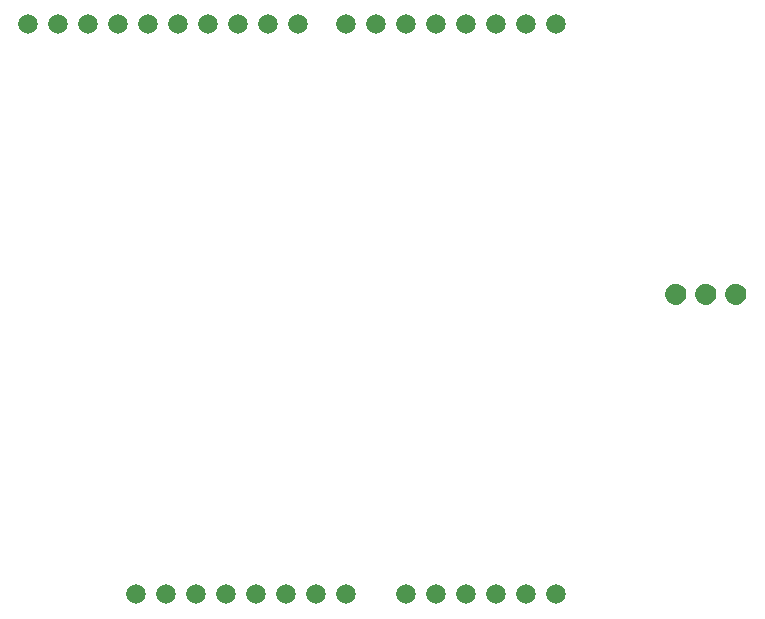
<source format=gbl>
G04 MADE WITH FRITZING*
G04 WWW.FRITZING.ORG*
G04 DOUBLE SIDED*
G04 HOLES PLATED*
G04 CONTOUR ON CENTER OF CONTOUR VECTOR*
%ASAXBY*%
%FSLAX23Y23*%
%MOIN*%
%OFA0B0*%
%SFA1.0B1.0*%
%ADD10C,0.065278*%
%ADD11C,0.070000*%
%ADD12R,0.001000X0.001000*%
%LNCOPPER0*%
G90*
G70*
G54D10*
X2188Y190D03*
X2288Y190D03*
X2388Y190D03*
X2488Y190D03*
X2588Y190D03*
X1728Y2090D03*
X1628Y2090D03*
X1528Y2090D03*
X1428Y2090D03*
X1328Y2090D03*
X1228Y2090D03*
X1128Y2090D03*
X1028Y2090D03*
X928Y2090D03*
X828Y2090D03*
X2588Y2090D03*
X2488Y2090D03*
X2388Y2090D03*
X2288Y2090D03*
X2188Y2090D03*
X2088Y2090D03*
X1988Y2090D03*
X1888Y2090D03*
X1288Y190D03*
X1188Y190D03*
X1388Y190D03*
X1488Y190D03*
X1588Y190D03*
X1688Y190D03*
X1788Y190D03*
X1888Y190D03*
X2088Y190D03*
G54D11*
X2988Y1190D03*
X3088Y1190D03*
X3188Y1190D03*
G54D12*
X2982Y1225D02*
X2992Y1225D01*
X3082Y1225D02*
X3092Y1225D01*
X3182Y1225D02*
X3192Y1225D01*
X2978Y1224D02*
X2996Y1224D01*
X3078Y1224D02*
X3096Y1224D01*
X3178Y1224D02*
X3196Y1224D01*
X2975Y1223D02*
X2999Y1223D01*
X3075Y1223D02*
X3099Y1223D01*
X3175Y1223D02*
X3199Y1223D01*
X2973Y1222D02*
X3001Y1222D01*
X3073Y1222D02*
X3101Y1222D01*
X3173Y1222D02*
X3201Y1222D01*
X2970Y1221D02*
X3003Y1221D01*
X3070Y1221D02*
X3103Y1221D01*
X3170Y1221D02*
X3203Y1221D01*
X2969Y1220D02*
X3005Y1220D01*
X3069Y1220D02*
X3105Y1220D01*
X3169Y1220D02*
X3205Y1220D01*
X2967Y1219D02*
X3007Y1219D01*
X3067Y1219D02*
X3107Y1219D01*
X3167Y1219D02*
X3207Y1219D01*
X2966Y1218D02*
X3008Y1218D01*
X3066Y1218D02*
X3108Y1218D01*
X3166Y1218D02*
X3208Y1218D01*
X2965Y1217D02*
X3009Y1217D01*
X3065Y1217D02*
X3109Y1217D01*
X3165Y1217D02*
X3209Y1217D01*
X2963Y1216D02*
X3010Y1216D01*
X3063Y1216D02*
X3110Y1216D01*
X3163Y1216D02*
X3210Y1216D01*
X2962Y1215D02*
X3011Y1215D01*
X3062Y1215D02*
X3111Y1215D01*
X3162Y1215D02*
X3211Y1215D01*
X2961Y1214D02*
X3012Y1214D01*
X3061Y1214D02*
X3112Y1214D01*
X3161Y1214D02*
X3212Y1214D01*
X2961Y1213D02*
X3013Y1213D01*
X3061Y1213D02*
X3113Y1213D01*
X3161Y1213D02*
X3213Y1213D01*
X2960Y1212D02*
X3014Y1212D01*
X3060Y1212D02*
X3114Y1212D01*
X3160Y1212D02*
X3214Y1212D01*
X2959Y1211D02*
X3015Y1211D01*
X3059Y1211D02*
X3115Y1211D01*
X3159Y1211D02*
X3215Y1211D01*
X2958Y1210D02*
X3015Y1210D01*
X3058Y1210D02*
X3115Y1210D01*
X3158Y1210D02*
X3215Y1210D01*
X2958Y1209D02*
X3016Y1209D01*
X3058Y1209D02*
X3116Y1209D01*
X3158Y1209D02*
X3216Y1209D01*
X2957Y1208D02*
X3017Y1208D01*
X3057Y1208D02*
X3117Y1208D01*
X3157Y1208D02*
X3217Y1208D01*
X2957Y1207D02*
X3017Y1207D01*
X3057Y1207D02*
X3117Y1207D01*
X3157Y1207D02*
X3217Y1207D01*
X2956Y1206D02*
X3018Y1206D01*
X3056Y1206D02*
X3118Y1206D01*
X3156Y1206D02*
X3218Y1206D01*
X2956Y1205D02*
X2982Y1205D01*
X2992Y1205D02*
X3018Y1205D01*
X3056Y1205D02*
X3082Y1205D01*
X3092Y1205D02*
X3118Y1205D01*
X3156Y1205D02*
X3182Y1205D01*
X3192Y1205D02*
X3218Y1205D01*
X2955Y1204D02*
X2980Y1204D01*
X2994Y1204D02*
X3019Y1204D01*
X3055Y1204D02*
X3080Y1204D01*
X3094Y1204D02*
X3119Y1204D01*
X3155Y1204D02*
X3180Y1204D01*
X3194Y1204D02*
X3219Y1204D01*
X2955Y1203D02*
X2978Y1203D01*
X2996Y1203D02*
X3019Y1203D01*
X3055Y1203D02*
X3078Y1203D01*
X3096Y1203D02*
X3119Y1203D01*
X3155Y1203D02*
X3178Y1203D01*
X3196Y1203D02*
X3219Y1203D01*
X2955Y1202D02*
X2977Y1202D01*
X2997Y1202D02*
X3019Y1202D01*
X3055Y1202D02*
X3077Y1202D01*
X3097Y1202D02*
X3119Y1202D01*
X3155Y1202D02*
X3177Y1202D01*
X3197Y1202D02*
X3219Y1202D01*
X2954Y1201D02*
X2976Y1201D01*
X2998Y1201D02*
X3020Y1201D01*
X3054Y1201D02*
X3076Y1201D01*
X3098Y1201D02*
X3120Y1201D01*
X3154Y1201D02*
X3176Y1201D01*
X3198Y1201D02*
X3220Y1201D01*
X2954Y1200D02*
X2975Y1200D01*
X2999Y1200D02*
X3020Y1200D01*
X3054Y1200D02*
X3075Y1200D01*
X3099Y1200D02*
X3120Y1200D01*
X3154Y1200D02*
X3175Y1200D01*
X3199Y1200D02*
X3220Y1200D01*
X2954Y1199D02*
X2974Y1199D01*
X3000Y1199D02*
X3020Y1199D01*
X3054Y1199D02*
X3074Y1199D01*
X3100Y1199D02*
X3120Y1199D01*
X3154Y1199D02*
X3174Y1199D01*
X3200Y1199D02*
X3220Y1199D01*
X2953Y1198D02*
X2973Y1198D01*
X3001Y1198D02*
X3020Y1198D01*
X3053Y1198D02*
X3073Y1198D01*
X3101Y1198D02*
X3120Y1198D01*
X3153Y1198D02*
X3173Y1198D01*
X3201Y1198D02*
X3220Y1198D01*
X2953Y1197D02*
X2973Y1197D01*
X3001Y1197D02*
X3021Y1197D01*
X3053Y1197D02*
X3073Y1197D01*
X3101Y1197D02*
X3121Y1197D01*
X3153Y1197D02*
X3173Y1197D01*
X3201Y1197D02*
X3221Y1197D01*
X2953Y1196D02*
X2972Y1196D01*
X3002Y1196D02*
X3021Y1196D01*
X3053Y1196D02*
X3072Y1196D01*
X3102Y1196D02*
X3121Y1196D01*
X3153Y1196D02*
X3172Y1196D01*
X3202Y1196D02*
X3221Y1196D01*
X2953Y1195D02*
X2972Y1195D01*
X3002Y1195D02*
X3021Y1195D01*
X3053Y1195D02*
X3072Y1195D01*
X3102Y1195D02*
X3121Y1195D01*
X3153Y1195D02*
X3172Y1195D01*
X3202Y1195D02*
X3221Y1195D01*
X2953Y1194D02*
X2972Y1194D01*
X3002Y1194D02*
X3021Y1194D01*
X3053Y1194D02*
X3072Y1194D01*
X3102Y1194D02*
X3121Y1194D01*
X3153Y1194D02*
X3172Y1194D01*
X3202Y1194D02*
X3221Y1194D01*
X2953Y1193D02*
X2972Y1193D01*
X3002Y1193D02*
X3021Y1193D01*
X3053Y1193D02*
X3072Y1193D01*
X3102Y1193D02*
X3121Y1193D01*
X3153Y1193D02*
X3172Y1193D01*
X3202Y1193D02*
X3221Y1193D01*
X2953Y1192D02*
X2972Y1192D01*
X3002Y1192D02*
X3021Y1192D01*
X3053Y1192D02*
X3072Y1192D01*
X3102Y1192D02*
X3121Y1192D01*
X3152Y1192D02*
X3172Y1192D01*
X3202Y1192D02*
X3221Y1192D01*
X2952Y1191D02*
X2971Y1191D01*
X3002Y1191D02*
X3021Y1191D01*
X3052Y1191D02*
X3071Y1191D01*
X3102Y1191D02*
X3121Y1191D01*
X3152Y1191D02*
X3171Y1191D01*
X3202Y1191D02*
X3221Y1191D01*
X2952Y1190D02*
X2971Y1190D01*
X3002Y1190D02*
X3021Y1190D01*
X3052Y1190D02*
X3071Y1190D01*
X3102Y1190D02*
X3121Y1190D01*
X3152Y1190D02*
X3171Y1190D01*
X3202Y1190D02*
X3221Y1190D01*
X2953Y1189D02*
X2972Y1189D01*
X3002Y1189D02*
X3021Y1189D01*
X3053Y1189D02*
X3072Y1189D01*
X3102Y1189D02*
X3121Y1189D01*
X3152Y1189D02*
X3172Y1189D01*
X3202Y1189D02*
X3221Y1189D01*
X2953Y1188D02*
X2972Y1188D01*
X3002Y1188D02*
X3021Y1188D01*
X3053Y1188D02*
X3072Y1188D01*
X3102Y1188D02*
X3121Y1188D01*
X3153Y1188D02*
X3172Y1188D01*
X3202Y1188D02*
X3221Y1188D01*
X2953Y1187D02*
X2972Y1187D01*
X3002Y1187D02*
X3021Y1187D01*
X3053Y1187D02*
X3072Y1187D01*
X3102Y1187D02*
X3121Y1187D01*
X3153Y1187D02*
X3172Y1187D01*
X3202Y1187D02*
X3221Y1187D01*
X2953Y1186D02*
X2972Y1186D01*
X3002Y1186D02*
X3021Y1186D01*
X3053Y1186D02*
X3072Y1186D01*
X3102Y1186D02*
X3121Y1186D01*
X3153Y1186D02*
X3172Y1186D01*
X3202Y1186D02*
X3221Y1186D01*
X2953Y1185D02*
X2972Y1185D01*
X3002Y1185D02*
X3021Y1185D01*
X3053Y1185D02*
X3072Y1185D01*
X3101Y1185D02*
X3121Y1185D01*
X3153Y1185D02*
X3172Y1185D01*
X3201Y1185D02*
X3221Y1185D01*
X2953Y1184D02*
X2973Y1184D01*
X3001Y1184D02*
X3021Y1184D01*
X3053Y1184D02*
X3073Y1184D01*
X3101Y1184D02*
X3121Y1184D01*
X3153Y1184D02*
X3173Y1184D01*
X3201Y1184D02*
X3221Y1184D01*
X2953Y1183D02*
X2973Y1183D01*
X3000Y1183D02*
X3020Y1183D01*
X3053Y1183D02*
X3073Y1183D01*
X3100Y1183D02*
X3120Y1183D01*
X3153Y1183D02*
X3173Y1183D01*
X3200Y1183D02*
X3220Y1183D01*
X2954Y1182D02*
X2974Y1182D01*
X3000Y1182D02*
X3020Y1182D01*
X3054Y1182D02*
X3074Y1182D01*
X3100Y1182D02*
X3120Y1182D01*
X3154Y1182D02*
X3174Y1182D01*
X3200Y1182D02*
X3220Y1182D01*
X2954Y1181D02*
X2975Y1181D01*
X2999Y1181D02*
X3020Y1181D01*
X3054Y1181D02*
X3075Y1181D01*
X3099Y1181D02*
X3120Y1181D01*
X3154Y1181D02*
X3175Y1181D01*
X3199Y1181D02*
X3220Y1181D01*
X2954Y1180D02*
X2976Y1180D01*
X2998Y1180D02*
X3020Y1180D01*
X3054Y1180D02*
X3076Y1180D01*
X3098Y1180D02*
X3120Y1180D01*
X3154Y1180D02*
X3176Y1180D01*
X3198Y1180D02*
X3220Y1180D01*
X2955Y1179D02*
X2977Y1179D01*
X2997Y1179D02*
X3019Y1179D01*
X3055Y1179D02*
X3077Y1179D01*
X3097Y1179D02*
X3119Y1179D01*
X3155Y1179D02*
X3177Y1179D01*
X3197Y1179D02*
X3219Y1179D01*
X2955Y1178D02*
X2978Y1178D01*
X2996Y1178D02*
X3019Y1178D01*
X3055Y1178D02*
X3078Y1178D01*
X3096Y1178D02*
X3119Y1178D01*
X3155Y1178D02*
X3178Y1178D01*
X3196Y1178D02*
X3219Y1178D01*
X2955Y1177D02*
X2980Y1177D01*
X2994Y1177D02*
X3018Y1177D01*
X3055Y1177D02*
X3080Y1177D01*
X3094Y1177D02*
X3118Y1177D01*
X3155Y1177D02*
X3180Y1177D01*
X3194Y1177D02*
X3218Y1177D01*
X2956Y1176D02*
X2983Y1176D01*
X2991Y1176D02*
X3018Y1176D01*
X3056Y1176D02*
X3083Y1176D01*
X3091Y1176D02*
X3118Y1176D01*
X3156Y1176D02*
X3183Y1176D01*
X3191Y1176D02*
X3218Y1176D01*
X2956Y1175D02*
X3018Y1175D01*
X3056Y1175D02*
X3118Y1175D01*
X3156Y1175D02*
X3218Y1175D01*
X2957Y1174D02*
X3017Y1174D01*
X3057Y1174D02*
X3117Y1174D01*
X3157Y1174D02*
X3217Y1174D01*
X2957Y1173D02*
X3016Y1173D01*
X3057Y1173D02*
X3116Y1173D01*
X3157Y1173D02*
X3216Y1173D01*
X2958Y1172D02*
X3016Y1172D01*
X3058Y1172D02*
X3116Y1172D01*
X3158Y1172D02*
X3216Y1172D01*
X2959Y1171D02*
X3015Y1171D01*
X3059Y1171D02*
X3115Y1171D01*
X3159Y1171D02*
X3215Y1171D01*
X2959Y1170D02*
X3015Y1170D01*
X3059Y1170D02*
X3115Y1170D01*
X3159Y1170D02*
X3215Y1170D01*
X2960Y1169D02*
X3014Y1169D01*
X3060Y1169D02*
X3114Y1169D01*
X3160Y1169D02*
X3214Y1169D01*
X2961Y1168D02*
X3013Y1168D01*
X3061Y1168D02*
X3113Y1168D01*
X3161Y1168D02*
X3213Y1168D01*
X2962Y1167D02*
X3012Y1167D01*
X3062Y1167D02*
X3112Y1167D01*
X3162Y1167D02*
X3212Y1167D01*
X2963Y1166D02*
X3011Y1166D01*
X3063Y1166D02*
X3111Y1166D01*
X3163Y1166D02*
X3211Y1166D01*
X2964Y1165D02*
X3010Y1165D01*
X3064Y1165D02*
X3110Y1165D01*
X3164Y1165D02*
X3210Y1165D01*
X2965Y1164D02*
X3009Y1164D01*
X3065Y1164D02*
X3109Y1164D01*
X3165Y1164D02*
X3209Y1164D01*
X2966Y1163D02*
X3008Y1163D01*
X3066Y1163D02*
X3108Y1163D01*
X3166Y1163D02*
X3208Y1163D01*
X2967Y1162D02*
X3006Y1162D01*
X3067Y1162D02*
X3106Y1162D01*
X3167Y1162D02*
X3206Y1162D01*
X2969Y1161D02*
X3005Y1161D01*
X3069Y1161D02*
X3105Y1161D01*
X3169Y1161D02*
X3205Y1161D01*
X2971Y1160D02*
X3003Y1160D01*
X3071Y1160D02*
X3103Y1160D01*
X3171Y1160D02*
X3203Y1160D01*
X2973Y1159D02*
X3001Y1159D01*
X3073Y1159D02*
X3101Y1159D01*
X3173Y1159D02*
X3201Y1159D01*
X2975Y1158D02*
X2999Y1158D01*
X3075Y1158D02*
X3099Y1158D01*
X3175Y1158D02*
X3199Y1158D01*
X2978Y1157D02*
X2996Y1157D01*
X3078Y1157D02*
X3096Y1157D01*
X3178Y1157D02*
X3196Y1157D01*
X2983Y1156D02*
X2991Y1156D01*
X3083Y1156D02*
X3091Y1156D01*
X3183Y1156D02*
X3191Y1156D01*
D02*
G04 End of Copper0*
M02*
</source>
